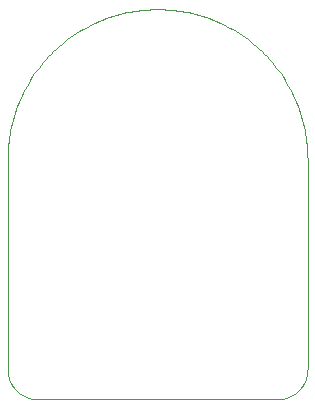
<source format=gbp>
G75*
%MOIN*%
%OFA0B0*%
%FSLAX25Y25*%
%IPPOS*%
%LPD*%
%AMOC8*
5,1,8,0,0,1.08239X$1,22.5*
%
%ADD10C,0.00000*%
D10*
X0016800Y0024006D02*
X0096800Y0024006D01*
X0097042Y0024009D01*
X0097283Y0024018D01*
X0097524Y0024032D01*
X0097765Y0024053D01*
X0098005Y0024079D01*
X0098245Y0024111D01*
X0098484Y0024149D01*
X0098721Y0024192D01*
X0098958Y0024242D01*
X0099193Y0024297D01*
X0099427Y0024357D01*
X0099659Y0024424D01*
X0099890Y0024495D01*
X0100119Y0024573D01*
X0100346Y0024656D01*
X0100571Y0024744D01*
X0100794Y0024838D01*
X0101014Y0024937D01*
X0101232Y0025042D01*
X0101447Y0025151D01*
X0101660Y0025266D01*
X0101870Y0025386D01*
X0102076Y0025511D01*
X0102280Y0025641D01*
X0102481Y0025776D01*
X0102678Y0025916D01*
X0102872Y0026060D01*
X0103062Y0026209D01*
X0103248Y0026363D01*
X0103431Y0026521D01*
X0103610Y0026683D01*
X0103785Y0026850D01*
X0103956Y0027021D01*
X0104123Y0027196D01*
X0104285Y0027375D01*
X0104443Y0027558D01*
X0104597Y0027744D01*
X0104746Y0027934D01*
X0104890Y0028128D01*
X0105030Y0028325D01*
X0105165Y0028526D01*
X0105295Y0028730D01*
X0105420Y0028936D01*
X0105540Y0029146D01*
X0105655Y0029359D01*
X0105764Y0029574D01*
X0105869Y0029792D01*
X0105968Y0030012D01*
X0106062Y0030235D01*
X0106150Y0030460D01*
X0106233Y0030687D01*
X0106311Y0030916D01*
X0106382Y0031147D01*
X0106449Y0031379D01*
X0106509Y0031613D01*
X0106564Y0031848D01*
X0106614Y0032085D01*
X0106657Y0032322D01*
X0106695Y0032561D01*
X0106727Y0032801D01*
X0106753Y0033041D01*
X0106774Y0033282D01*
X0106788Y0033523D01*
X0106797Y0033764D01*
X0106800Y0034006D01*
X0106800Y0104006D01*
X0106785Y0105224D01*
X0106741Y0106440D01*
X0106667Y0107656D01*
X0106563Y0108869D01*
X0106430Y0110079D01*
X0106267Y0111286D01*
X0106075Y0112488D01*
X0105854Y0113686D01*
X0105604Y0114878D01*
X0105325Y0116063D01*
X0105017Y0117241D01*
X0104680Y0118411D01*
X0104315Y0119573D01*
X0103922Y0120725D01*
X0103501Y0121868D01*
X0103052Y0122999D01*
X0102576Y0124120D01*
X0102072Y0125229D01*
X0101542Y0126325D01*
X0100985Y0127408D01*
X0100402Y0128477D01*
X0099794Y0129531D01*
X0099159Y0130571D01*
X0098500Y0131594D01*
X0097816Y0132602D01*
X0097107Y0133592D01*
X0096375Y0134565D01*
X0095619Y0135519D01*
X0094840Y0136455D01*
X0094039Y0137372D01*
X0093215Y0138269D01*
X0092370Y0139145D01*
X0091504Y0140001D01*
X0090617Y0140836D01*
X0089710Y0141648D01*
X0088784Y0142438D01*
X0087838Y0143206D01*
X0086875Y0143950D01*
X0085893Y0144670D01*
X0084894Y0145367D01*
X0083879Y0146039D01*
X0082847Y0146686D01*
X0081800Y0147307D01*
X0080738Y0147903D01*
X0079662Y0148473D01*
X0078573Y0149017D01*
X0077470Y0149533D01*
X0076355Y0150023D01*
X0075229Y0150486D01*
X0074092Y0150921D01*
X0072944Y0151328D01*
X0071787Y0151707D01*
X0070621Y0152058D01*
X0069447Y0152380D01*
X0068265Y0152674D01*
X0067076Y0152939D01*
X0065882Y0153174D01*
X0064682Y0153381D01*
X0063477Y0153558D01*
X0062269Y0153706D01*
X0061057Y0153824D01*
X0059842Y0153913D01*
X0058626Y0153973D01*
X0057409Y0154002D01*
X0056191Y0154002D01*
X0054974Y0153973D01*
X0053758Y0153913D01*
X0052543Y0153824D01*
X0051331Y0153706D01*
X0050123Y0153558D01*
X0048918Y0153381D01*
X0047718Y0153174D01*
X0046524Y0152939D01*
X0045335Y0152674D01*
X0044153Y0152380D01*
X0042979Y0152058D01*
X0041813Y0151707D01*
X0040656Y0151328D01*
X0039508Y0150921D01*
X0038371Y0150486D01*
X0037245Y0150023D01*
X0036130Y0149533D01*
X0035027Y0149017D01*
X0033938Y0148473D01*
X0032862Y0147903D01*
X0031800Y0147307D01*
X0030753Y0146686D01*
X0029721Y0146039D01*
X0028706Y0145367D01*
X0027707Y0144670D01*
X0026725Y0143950D01*
X0025762Y0143206D01*
X0024816Y0142438D01*
X0023890Y0141648D01*
X0022983Y0140836D01*
X0022096Y0140001D01*
X0021230Y0139145D01*
X0020385Y0138269D01*
X0019561Y0137372D01*
X0018760Y0136455D01*
X0017981Y0135519D01*
X0017225Y0134565D01*
X0016493Y0133592D01*
X0015784Y0132602D01*
X0015100Y0131594D01*
X0014441Y0130571D01*
X0013806Y0129531D01*
X0013198Y0128477D01*
X0012615Y0127408D01*
X0012058Y0126325D01*
X0011528Y0125229D01*
X0011024Y0124120D01*
X0010548Y0122999D01*
X0010099Y0121868D01*
X0009678Y0120725D01*
X0009285Y0119573D01*
X0008920Y0118411D01*
X0008583Y0117241D01*
X0008275Y0116063D01*
X0007996Y0114878D01*
X0007746Y0113686D01*
X0007525Y0112488D01*
X0007333Y0111286D01*
X0007170Y0110079D01*
X0007037Y0108869D01*
X0006933Y0107656D01*
X0006859Y0106440D01*
X0006815Y0105224D01*
X0006800Y0104006D01*
X0006800Y0034006D01*
X0006803Y0033764D01*
X0006812Y0033523D01*
X0006826Y0033282D01*
X0006847Y0033041D01*
X0006873Y0032801D01*
X0006905Y0032561D01*
X0006943Y0032322D01*
X0006986Y0032085D01*
X0007036Y0031848D01*
X0007091Y0031613D01*
X0007151Y0031379D01*
X0007218Y0031147D01*
X0007289Y0030916D01*
X0007367Y0030687D01*
X0007450Y0030460D01*
X0007538Y0030235D01*
X0007632Y0030012D01*
X0007731Y0029792D01*
X0007836Y0029574D01*
X0007945Y0029359D01*
X0008060Y0029146D01*
X0008180Y0028936D01*
X0008305Y0028730D01*
X0008435Y0028526D01*
X0008570Y0028325D01*
X0008710Y0028128D01*
X0008854Y0027934D01*
X0009003Y0027744D01*
X0009157Y0027558D01*
X0009315Y0027375D01*
X0009477Y0027196D01*
X0009644Y0027021D01*
X0009815Y0026850D01*
X0009990Y0026683D01*
X0010169Y0026521D01*
X0010352Y0026363D01*
X0010538Y0026209D01*
X0010728Y0026060D01*
X0010922Y0025916D01*
X0011119Y0025776D01*
X0011320Y0025641D01*
X0011524Y0025511D01*
X0011730Y0025386D01*
X0011940Y0025266D01*
X0012153Y0025151D01*
X0012368Y0025042D01*
X0012586Y0024937D01*
X0012806Y0024838D01*
X0013029Y0024744D01*
X0013254Y0024656D01*
X0013481Y0024573D01*
X0013710Y0024495D01*
X0013941Y0024424D01*
X0014173Y0024357D01*
X0014407Y0024297D01*
X0014642Y0024242D01*
X0014879Y0024192D01*
X0015116Y0024149D01*
X0015355Y0024111D01*
X0015595Y0024079D01*
X0015835Y0024053D01*
X0016076Y0024032D01*
X0016317Y0024018D01*
X0016558Y0024009D01*
X0016800Y0024006D01*
M02*

</source>
